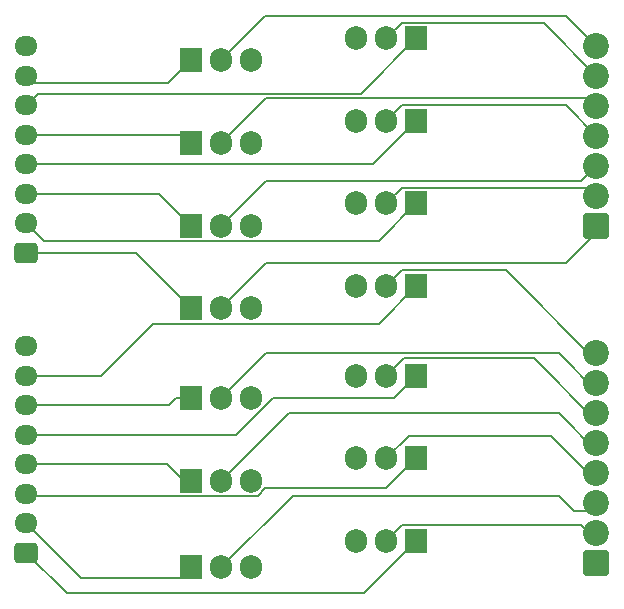
<source format=gtl>
%TF.GenerationSoftware,KiCad,Pcbnew,9.0.1*%
%TF.CreationDate,2025-05-07T23:59:22-03:00*%
%TF.ProjectId,Display,44697370-6c61-4792-9e6b-696361645f70,rev?*%
%TF.SameCoordinates,Original*%
%TF.FileFunction,Copper,L1,Top*%
%TF.FilePolarity,Positive*%
%FSLAX46Y46*%
G04 Gerber Fmt 4.6, Leading zero omitted, Abs format (unit mm)*
G04 Created by KiCad (PCBNEW 9.0.1) date 2025-05-07 23:59:22*
%MOMM*%
%LPD*%
G01*
G04 APERTURE LIST*
G04 Aperture macros list*
%AMRoundRect*
0 Rectangle with rounded corners*
0 $1 Rounding radius*
0 $2 $3 $4 $5 $6 $7 $8 $9 X,Y pos of 4 corners*
0 Add a 4 corners polygon primitive as box body*
4,1,4,$2,$3,$4,$5,$6,$7,$8,$9,$2,$3,0*
0 Add four circle primitives for the rounded corners*
1,1,$1+$1,$2,$3*
1,1,$1+$1,$4,$5*
1,1,$1+$1,$6,$7*
1,1,$1+$1,$8,$9*
0 Add four rect primitives between the rounded corners*
20,1,$1+$1,$2,$3,$4,$5,0*
20,1,$1+$1,$4,$5,$6,$7,0*
20,1,$1+$1,$6,$7,$8,$9,0*
20,1,$1+$1,$8,$9,$2,$3,0*%
G04 Aperture macros list end*
%TA.AperFunction,ComponentPad*%
%ADD10R,1.905000X2.000000*%
%TD*%
%TA.AperFunction,ComponentPad*%
%ADD11O,1.905000X2.000000*%
%TD*%
%TA.AperFunction,ComponentPad*%
%ADD12RoundRect,0.250000X0.725000X-0.600000X0.725000X0.600000X-0.725000X0.600000X-0.725000X-0.600000X0*%
%TD*%
%TA.AperFunction,ComponentPad*%
%ADD13O,1.950000X1.700000*%
%TD*%
%TA.AperFunction,ComponentPad*%
%ADD14RoundRect,0.249999X0.850001X-0.850001X0.850001X0.850001X-0.850001X0.850001X-0.850001X-0.850001X0*%
%TD*%
%TA.AperFunction,ComponentPad*%
%ADD15C,2.200000*%
%TD*%
%TA.AperFunction,Conductor*%
%ADD16C,0.200000*%
%TD*%
G04 APERTURE END LIST*
D10*
%TO.P,Q7,1,B*%
%TO.N,f_D_in*%
X46990000Y-53340000D03*
D11*
%TO.P,Q7,2,C*%
%TO.N,f_D_out*%
X49530000Y-53340000D03*
%TO.P,Q7,3,E*%
%TO.N,GND*%
X52070000Y-53340000D03*
%TD*%
D10*
%TO.P,Q10,1,B*%
%TO.N,b_U_in*%
X46990000Y-67945000D03*
D11*
%TO.P,Q10,2,C*%
%TO.N,b_U_out*%
X49530000Y-67945000D03*
%TO.P,Q10,3,E*%
%TO.N,GND*%
X52070000Y-67945000D03*
%TD*%
D10*
%TO.P,Q8,1,B*%
%TO.N,g_D_in*%
X66040000Y-44450000D03*
D11*
%TO.P,Q8,2,C*%
%TO.N,g_D_out*%
X63500000Y-44450000D03*
%TO.P,Q8,3,E*%
%TO.N,GND*%
X60960000Y-44450000D03*
%TD*%
D10*
%TO.P,Q12,1,B*%
%TO.N,d_U_in*%
X46990000Y-60960000D03*
D11*
%TO.P,Q12,2,C*%
%TO.N,d_U_out*%
X49530000Y-60960000D03*
%TO.P,Q12,3,E*%
%TO.N,GND*%
X52070000Y-60960000D03*
%TD*%
D10*
%TO.P,Q2,1,B*%
%TO.N,a_D_in*%
X46990000Y-46355000D03*
D11*
%TO.P,Q2,2,C*%
%TO.N,a_D_out*%
X49530000Y-46355000D03*
%TO.P,Q2,3,E*%
%TO.N,GND*%
X52070000Y-46355000D03*
%TD*%
D12*
%TO.P,J5,1,Pin_1*%
%TO.N,f_U_in*%
X33020000Y-74055000D03*
D13*
%TO.P,J5,2,Pin_2*%
%TO.N,g_U_in*%
X33020000Y-71555000D03*
%TO.P,J5,3,Pin_3*%
%TO.N,a_U_in*%
X33020000Y-69055000D03*
%TO.P,J5,4,Pin_4*%
%TO.N,b_U_in*%
X33020000Y-66555000D03*
%TO.P,J5,5,Pin_5*%
%TO.N,c_U_in*%
X33020000Y-64055000D03*
%TO.P,J5,6,Pin_6*%
%TO.N,d_U_in*%
X33020000Y-61555000D03*
%TO.P,J5,7,Pin_7*%
%TO.N,e_U_in*%
X33020000Y-59055000D03*
%TO.P,J5,8,Pin_8*%
%TO.N,+12V*%
X33020000Y-56555000D03*
%TD*%
D10*
%TO.P,Q9,1,B*%
%TO.N,a_U_in*%
X66040000Y-66040000D03*
D11*
%TO.P,Q9,2,C*%
%TO.N,a_U_out*%
X63500000Y-66040000D03*
%TO.P,Q9,3,E*%
%TO.N,GND*%
X60960000Y-66040000D03*
%TD*%
D14*
%TO.P,J6,1,Pin_1*%
%TO.N,+12V*%
X81280000Y-74930000D03*
D15*
%TO.P,J6,2,Pin_2*%
%TO.N,f_U_out*%
X81280000Y-72390000D03*
%TO.P,J6,3,Pin_3*%
%TO.N,g_U_out*%
X81280000Y-69850000D03*
%TO.P,J6,4,Pin_4*%
%TO.N,a_U_out*%
X81280000Y-67310000D03*
%TO.P,J6,5,Pin_5*%
%TO.N,b_U_out*%
X81280000Y-64770000D03*
%TO.P,J6,6,Pin_6*%
%TO.N,c_U_out*%
X81280000Y-62230000D03*
%TO.P,J6,7,Pin_7*%
%TO.N,d_U_out*%
X81280000Y-59690000D03*
%TO.P,J6,8,Pin_8*%
%TO.N,e_U_out*%
X81280000Y-57150000D03*
%TD*%
D10*
%TO.P,Q4,1,B*%
%TO.N,c_D_in*%
X46990000Y-39370000D03*
D11*
%TO.P,Q4,2,C*%
%TO.N,c_D_out*%
X49530000Y-39370000D03*
%TO.P,Q4,3,E*%
%TO.N,GND*%
X52070000Y-39370000D03*
%TD*%
D10*
%TO.P,Q3,1,B*%
%TO.N,b_D_in*%
X66040000Y-37465000D03*
D11*
%TO.P,Q3,2,C*%
%TO.N,b_D_out*%
X63500000Y-37465000D03*
%TO.P,Q3,3,E*%
%TO.N,GND*%
X60960000Y-37465000D03*
%TD*%
D10*
%TO.P,Q11,1,B*%
%TO.N,c_U_in*%
X66040000Y-59055000D03*
D11*
%TO.P,Q11,2,C*%
%TO.N,c_U_out*%
X63500000Y-59055000D03*
%TO.P,Q11,3,E*%
%TO.N,GND*%
X60960000Y-59055000D03*
%TD*%
D10*
%TO.P,Q6,1,B*%
%TO.N,e_D_in*%
X46990000Y-32290236D03*
D11*
%TO.P,Q6,2,C*%
%TO.N,e_D_out*%
X49530000Y-32290236D03*
%TO.P,Q6,3,E*%
%TO.N,GND*%
X52070000Y-32290236D03*
%TD*%
D14*
%TO.P,J1,1,Pin_1*%
%TO.N,f_D_out*%
X81280000Y-46355000D03*
D15*
%TO.P,J1,2,Pin_2*%
%TO.N,g_D_out*%
X81280000Y-43815000D03*
%TO.P,J1,3,Pin_3*%
%TO.N,a_D_out*%
X81280000Y-41275000D03*
%TO.P,J1,4,Pin_4*%
%TO.N,b_D_out*%
X81280000Y-38735000D03*
%TO.P,J1,5,Pin_5*%
%TO.N,c_D_out*%
X81280000Y-36195000D03*
%TO.P,J1,6,Pin_6*%
%TO.N,d_D_out*%
X81280000Y-33655000D03*
%TO.P,J1,7,Pin_7*%
%TO.N,e_D_out*%
X81280000Y-31115000D03*
%TD*%
D10*
%TO.P,Q5,1,B*%
%TO.N,d_D_in*%
X66040000Y-30480000D03*
D11*
%TO.P,Q5,2,C*%
%TO.N,d_D_out*%
X63500000Y-30480000D03*
%TO.P,Q5,3,E*%
%TO.N,GND*%
X60960000Y-30480000D03*
%TD*%
D10*
%TO.P,Q15,1,B*%
%TO.N,g_U_in*%
X46990000Y-75240000D03*
D11*
%TO.P,Q15,2,C*%
%TO.N,g_U_out*%
X49530000Y-75240000D03*
%TO.P,Q15,3,E*%
%TO.N,GND*%
X52070000Y-75240000D03*
%TD*%
D10*
%TO.P,Q13,1,B*%
%TO.N,e_U_in*%
X66040000Y-51435000D03*
D11*
%TO.P,Q13,2,C*%
%TO.N,e_U_out*%
X63500000Y-51435000D03*
%TO.P,Q13,3,E*%
%TO.N,GND*%
X60960000Y-51435000D03*
%TD*%
D12*
%TO.P,J4,1,Pin_1*%
%TO.N,f_D_in*%
X33020000Y-48655000D03*
D13*
%TO.P,J4,2,Pin_2*%
%TO.N,g_D_in*%
X33020000Y-46155000D03*
%TO.P,J4,3,Pin_3*%
%TO.N,a_D_in*%
X33020000Y-43655000D03*
%TO.P,J4,4,Pin_4*%
%TO.N,b_D_in*%
X33020000Y-41155000D03*
%TO.P,J4,5,Pin_5*%
%TO.N,c_D_in*%
X33020000Y-38655000D03*
%TO.P,J4,6,Pin_6*%
%TO.N,d_D_in*%
X33020000Y-36155000D03*
%TO.P,J4,7,Pin_7*%
%TO.N,e_D_in*%
X33020000Y-33655000D03*
%TO.P,J4,8,Pin_8*%
%TO.N,GND*%
X33020000Y-31155000D03*
%TD*%
D10*
%TO.P,Q14,1,B*%
%TO.N,f_U_in*%
X66040000Y-73025000D03*
D11*
%TO.P,Q14,2,C*%
%TO.N,f_U_out*%
X63500000Y-73025000D03*
%TO.P,Q14,3,E*%
%TO.N,GND*%
X60960000Y-73025000D03*
%TD*%
D16*
%TO.N,f_D_out*%
X78740000Y-49530000D02*
X81280000Y-46990000D01*
X53340000Y-49530000D02*
X78740000Y-49530000D01*
X49530000Y-53340000D02*
X53340000Y-49530000D01*
X81280000Y-46990000D02*
X81280000Y-46355000D01*
%TO.N,a_D_out*%
X49530000Y-46355000D02*
X53340000Y-42545000D01*
X53340000Y-42545000D02*
X80010000Y-42545000D01*
X80010000Y-42545000D02*
X81280000Y-41275000D01*
%TO.N,b_D_out*%
X78709000Y-36164000D02*
X81280000Y-38735000D01*
X64801000Y-36164000D02*
X78709000Y-36164000D01*
X63500000Y-37465000D02*
X64801000Y-36164000D01*
%TO.N,c_D_out*%
X80645000Y-35560000D02*
X81280000Y-36195000D01*
X53340000Y-35560000D02*
X80645000Y-35560000D01*
X49530000Y-39370000D02*
X53340000Y-35560000D01*
%TO.N,g_D_out*%
X64801000Y-43149000D02*
X80614000Y-43149000D01*
X63500000Y-44450000D02*
X64801000Y-43149000D01*
X80614000Y-43149000D02*
X81280000Y-43815000D01*
%TO.N,d_D_out*%
X63500000Y-30480000D02*
X64801000Y-29179000D01*
X76804000Y-29179000D02*
X81280000Y-33655000D01*
X64801000Y-29179000D02*
X76804000Y-29179000D01*
%TO.N,e_D_out*%
X78740000Y-28575000D02*
X81280000Y-31115000D01*
X53245236Y-28575000D02*
X78740000Y-28575000D01*
X49530000Y-32290236D02*
X53245236Y-28575000D01*
%TO.N,f_U_out*%
X63500000Y-73025000D02*
X64801000Y-71724000D01*
X79979000Y-71724000D02*
X81280000Y-73025000D01*
X64801000Y-71724000D02*
X79979000Y-71724000D01*
%TO.N,c_D_in*%
X46275000Y-38655000D02*
X46990000Y-39370000D01*
X33020000Y-38655000D02*
X46275000Y-38655000D01*
%TO.N,d_D_in*%
X34016000Y-35159000D02*
X61361000Y-35159000D01*
X33020000Y-36155000D02*
X34016000Y-35159000D01*
X61361000Y-35159000D02*
X66040000Y-30480000D01*
%TO.N,b_D_in*%
X65405000Y-37465000D02*
X66040000Y-37465000D01*
X62350000Y-41155000D02*
X66040000Y-37465000D01*
X33020000Y-41155000D02*
X62350000Y-41155000D01*
%TO.N,e_D_in*%
X44990236Y-34290000D02*
X46990000Y-32290236D01*
X33655000Y-34290000D02*
X44990236Y-34290000D01*
X33020000Y-33655000D02*
X33655000Y-34290000D01*
%TO.N,g_D_in*%
X33020000Y-46155000D02*
X34521000Y-47656000D01*
X62834000Y-47656000D02*
X66040000Y-44450000D01*
X34521000Y-47656000D02*
X62834000Y-47656000D01*
%TO.N,a_D_in*%
X33020000Y-43655000D02*
X44290000Y-43655000D01*
X44290000Y-43655000D02*
X46990000Y-46355000D01*
%TO.N,f_D_in*%
X33020000Y-48655000D02*
X42305000Y-48655000D01*
X42305000Y-48655000D02*
X46990000Y-53340000D01*
%TO.N,b_U_in*%
X46355000Y-67945000D02*
X44965000Y-66555000D01*
X46990000Y-67945000D02*
X46355000Y-67945000D01*
X44965000Y-66555000D02*
X33020000Y-66555000D01*
%TO.N,c_U_in*%
X53890217Y-60960000D02*
X50795217Y-64055000D01*
X50795217Y-64055000D02*
X33020000Y-64055000D01*
X64135000Y-60960000D02*
X53890217Y-60960000D01*
X66040000Y-59055000D02*
X64135000Y-60960000D01*
%TO.N,g_U_in*%
X46990000Y-75240000D02*
X46030000Y-76200000D01*
X46030000Y-76200000D02*
X37665000Y-76200000D01*
X37665000Y-76200000D02*
X33020000Y-71555000D01*
%TO.N,f_U_in*%
X36435000Y-77470000D02*
X33020000Y-74055000D01*
X61595000Y-77470000D02*
X36435000Y-77470000D01*
X66040000Y-73025000D02*
X61595000Y-77470000D01*
%TO.N,d_U_in*%
X45720000Y-60960000D02*
X45125000Y-61555000D01*
X46990000Y-60960000D02*
X45720000Y-60960000D01*
X45125000Y-61555000D02*
X33020000Y-61555000D01*
%TO.N,a_U_in*%
X53255217Y-68580000D02*
X52589217Y-69246000D01*
X66040000Y-66040000D02*
X63500000Y-68580000D01*
X63500000Y-68580000D02*
X53255217Y-68580000D01*
X52589217Y-69246000D02*
X33211000Y-69246000D01*
X33211000Y-69246000D02*
X33020000Y-69055000D01*
%TO.N,e_U_in*%
X43846000Y-54641000D02*
X43815000Y-54610000D01*
X39370000Y-59055000D02*
X33020000Y-59055000D01*
X43815000Y-54610000D02*
X39370000Y-59055000D01*
X62834000Y-54641000D02*
X43846000Y-54641000D01*
X66040000Y-51435000D02*
X62834000Y-54641000D01*
%TO.N,a_U_out*%
X63500000Y-66040000D02*
X65405000Y-64135000D01*
X65405000Y-64135000D02*
X77470000Y-64135000D01*
X77470000Y-64135000D02*
X81280000Y-67945000D01*
%TO.N,b_U_out*%
X78105000Y-62230000D02*
X81280000Y-65405000D01*
X55245000Y-62230000D02*
X78105000Y-62230000D01*
X49530000Y-67945000D02*
X55245000Y-62230000D01*
%TO.N,d_U_out*%
X49530000Y-60960000D02*
X53340000Y-57150000D01*
X78105000Y-57150000D02*
X81280000Y-60325000D01*
X53340000Y-57150000D02*
X78105000Y-57150000D01*
%TO.N,c_U_out*%
X75966000Y-57551000D02*
X81280000Y-62865000D01*
X65004000Y-57551000D02*
X75966000Y-57551000D01*
X63500000Y-59055000D02*
X65004000Y-57551000D01*
%TO.N,e_U_out*%
X64801000Y-50134000D02*
X73629000Y-50134000D01*
X73629000Y-50134000D02*
X81280000Y-57785000D01*
X63500000Y-51435000D02*
X64801000Y-50134000D01*
%TO.N,g_U_out*%
X79375000Y-70485000D02*
X81280000Y-70485000D01*
X49530000Y-75240000D02*
X55555000Y-69215000D01*
X78105000Y-69215000D02*
X79375000Y-70485000D01*
X55555000Y-69215000D02*
X78105000Y-69215000D01*
%TD*%
M02*

</source>
